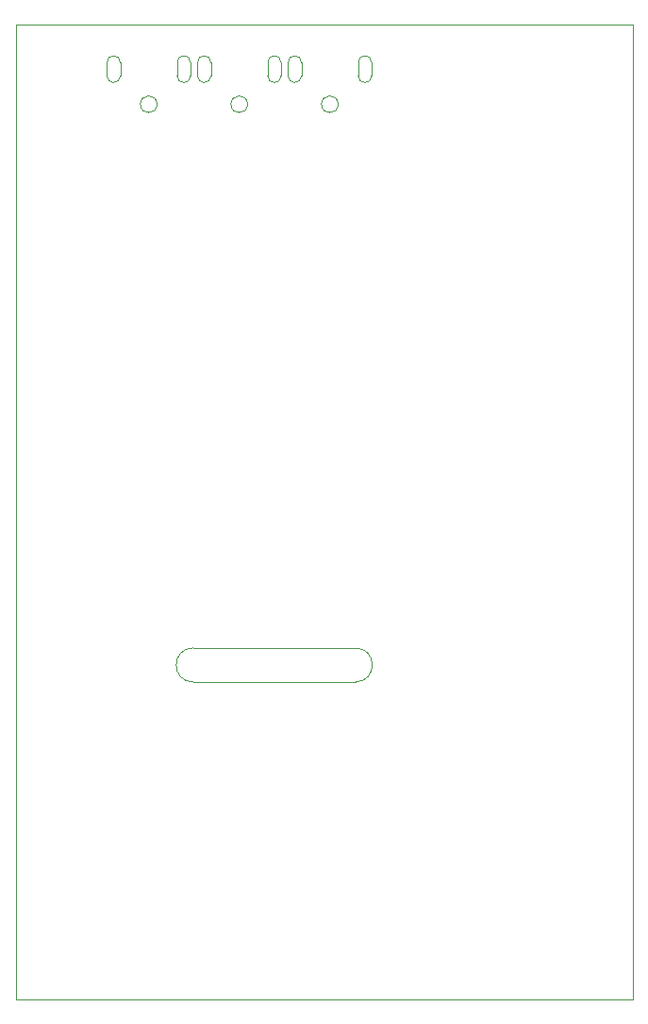
<source format=gm1>
%TF.GenerationSoftware,KiCad,Pcbnew,8.0.6-8.0.6-0~ubuntu22.04.1*%
%TF.CreationDate,2024-11-21T09:47:25+02:00*%
%TF.ProjectId,SAMD21_Dev_Board,53414d44-3231-45f4-9465-765f426f6172,rev?*%
%TF.SameCoordinates,Original*%
%TF.FileFunction,Profile,NP*%
%FSLAX46Y46*%
G04 Gerber Fmt 4.6, Leading zero omitted, Abs format (unit mm)*
G04 Created by KiCad (PCBNEW 8.0.6-8.0.6-0~ubuntu22.04.1) date 2024-11-21 09:47:25*
%MOMM*%
%LPD*%
G01*
G04 APERTURE LIST*
%TA.AperFunction,Profile*%
%ADD10C,0.050000*%
%TD*%
G04 APERTURE END LIST*
D10*
X112776000Y-105664000D02*
G75*
G02*
X112776000Y-108712000I0J-1524000D01*
G01*
X82296000Y-137160000D02*
X82296000Y-49784000D01*
X82296000Y-49784000D02*
X137668000Y-49784000D01*
X98224000Y-105664000D02*
X112776000Y-105664000D01*
X82296000Y-137160000D02*
X137668000Y-137160000D01*
X137668000Y-137160000D02*
X137668000Y-49784000D01*
X112776000Y-108712000D02*
X98224000Y-108712000D01*
X98224000Y-108712000D02*
G75*
G02*
X98224000Y-105664000I0J1524000D01*
G01*
%TO.C,REF\u002A\u002A*%
X98612000Y-54389001D02*
X98612000Y-53189001D01*
X99812000Y-53189001D02*
X99812000Y-54389001D01*
X104912000Y-54389001D02*
X104912000Y-53189001D01*
X106112000Y-53189001D02*
X106112000Y-54389001D01*
X98612000Y-53189001D02*
G75*
G02*
X99812000Y-53189001I600000J0D01*
G01*
X99812000Y-54389001D02*
G75*
G02*
X98612000Y-54389001I-600000J0D01*
G01*
X104912000Y-53189001D02*
G75*
G02*
X106112000Y-53189001I600000J0D01*
G01*
X106112000Y-54389001D02*
G75*
G02*
X104912000Y-54389001I-600000J0D01*
G01*
X103112000Y-56939001D02*
G75*
G02*
X101612000Y-56939001I-750000J0D01*
G01*
X101612000Y-56939001D02*
G75*
G02*
X103112000Y-56939001I750000J0D01*
G01*
X106740000Y-54389001D02*
X106740000Y-53189001D01*
X107940000Y-53189001D02*
X107940000Y-54389001D01*
X113040000Y-54389001D02*
X113040000Y-53189001D01*
X114240000Y-53189001D02*
X114240000Y-54389001D01*
X106740000Y-53189001D02*
G75*
G02*
X107940000Y-53189001I600000J0D01*
G01*
X107940000Y-54389001D02*
G75*
G02*
X106740000Y-54389001I-600000J0D01*
G01*
X113040000Y-53189001D02*
G75*
G02*
X114240000Y-53189001I600000J0D01*
G01*
X114240000Y-54389001D02*
G75*
G02*
X113040000Y-54389001I-600000J0D01*
G01*
X111240000Y-56939001D02*
G75*
G02*
X109740000Y-56939001I-750000J0D01*
G01*
X109740000Y-56939001D02*
G75*
G02*
X111240000Y-56939001I750000J0D01*
G01*
X90484000Y-54389001D02*
X90484000Y-53189001D01*
X91684000Y-53189001D02*
X91684000Y-54389001D01*
X96784000Y-54389001D02*
X96784000Y-53189001D01*
X97984000Y-53189001D02*
X97984000Y-54389001D01*
X90484000Y-53189001D02*
G75*
G02*
X91684000Y-53189001I600000J0D01*
G01*
X91684000Y-54389001D02*
G75*
G02*
X90484000Y-54389001I-600000J0D01*
G01*
X96784000Y-53189001D02*
G75*
G02*
X97984000Y-53189001I600000J0D01*
G01*
X97984000Y-54389001D02*
G75*
G02*
X96784000Y-54389001I-600000J0D01*
G01*
X94984000Y-56939001D02*
G75*
G02*
X93484000Y-56939001I-750000J0D01*
G01*
X93484000Y-56939001D02*
G75*
G02*
X94984000Y-56939001I750000J0D01*
G01*
%TD*%
M02*

</source>
